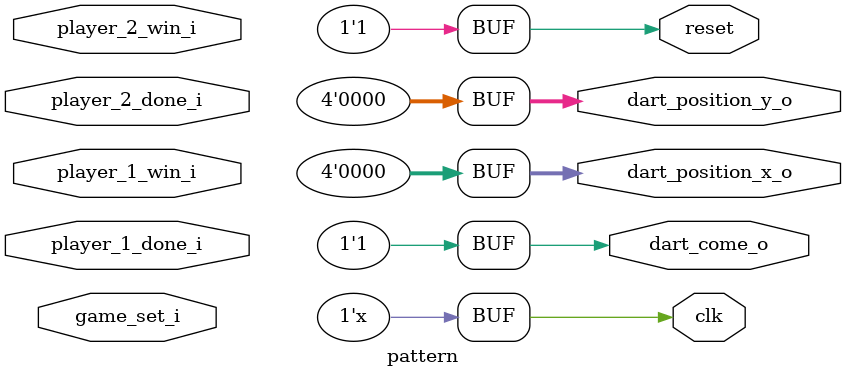
<source format=v>
`timescale 1ns / 1ps


module pattern(
               dart_come_o,
               dart_position_x_o,
               dart_position_y_o,
               game_set_i,
               player_1_done_i,
               player_2_done_i,
               player_1_win_i,
               player_2_win_i,
               clk,
               reset
               );
//port declaration
output               dart_come_o;
output  [3:0]        dart_position_x_o;
output  [3:0]        dart_position_y_o;
output               clk;
output               reset;
input                game_set_i;
input                player_1_done_i;
input                player_2_done_i;
input                player_1_win_i;
input                player_2_win_i;

//output reg declaration
reg                  dart_come_o;
reg     [3:0]        dart_position_x_o;
reg     [3:0]        dart_position_y_o;
reg                  clk;
reg                  reset;

initial clk=1'b0;//initialize clk

initial begin //system reset for first 100ns
    reset=1'b0;
    #100 reset=1'b1;
end

initial dart_come_o=1'b1;//initialize dart come
initial dart_position_x_o=4'b0000;//initialize dart x position
initial dart_position_y_o=4'b0000;//initialize dart y position

always #10 clk=~clk;//generate a 50MHz system clk without clock jitter

endmodule

</source>
